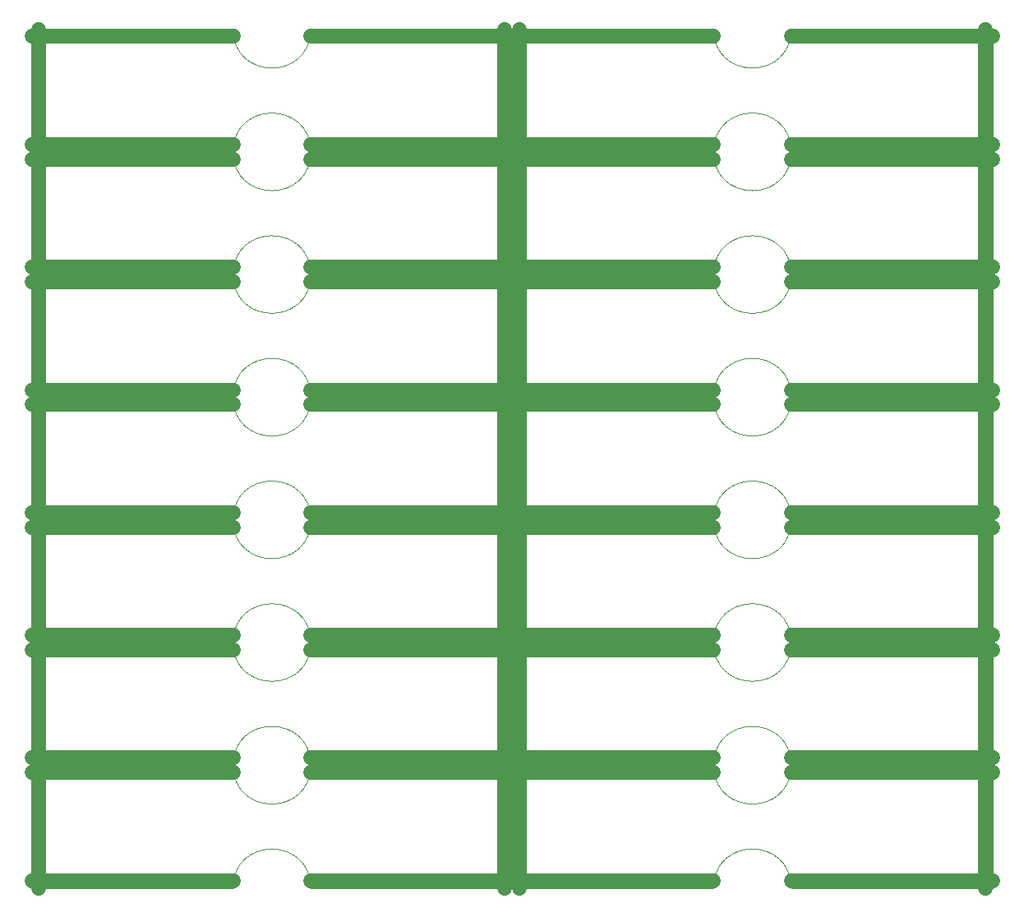
<source format=gbr>
%TF.GenerationSoftware,KiCad,Pcbnew,6.0.11-2627ca5db0~126~ubuntu20.04.1*%
%TF.CreationDate,2024-03-14T23:27:01-05:00*%
%TF.ProjectId,,58585858-5858-4585-9858-585858585858,rev?*%
%TF.SameCoordinates,Original*%
%TF.FileFunction,Legend,Bot*%
%TF.FilePolarity,Positive*%
%FSLAX46Y46*%
G04 Gerber Fmt 4.6, Leading zero omitted, Abs format (unit mm)*
G04 Created by KiCad (PCBNEW 6.0.11-2627ca5db0~126~ubuntu20.04.1) date 2024-03-14 23:27:01*
%MOMM*%
%LPD*%
G01*
G04 APERTURE LIST*
%TA.AperFunction,Profile*%
%ADD10C,0.100000*%
%TD*%
%ADD11C,1.500000*%
G04 APERTURE END LIST*
D10*
X152800000Y-131262800D02*
G75*
G03*
X160800000Y-131262800I4000000J0D01*
G01*
D11*
X132050000Y-132012800D02*
X152800000Y-132012800D01*
D10*
X181550000Y-131262800D02*
X181550000Y-143902800D01*
D11*
X160800000Y-132012800D02*
X181550000Y-132012800D01*
X132800000Y-143902800D02*
X132800000Y-131262800D01*
X180800000Y-143902800D02*
X180800000Y-131262800D01*
X132050000Y-143152800D02*
X152800000Y-143152800D01*
D10*
X160800000Y-131262800D02*
X181550000Y-131262800D01*
D11*
X160800000Y-143152800D02*
X181550000Y-143152800D01*
D10*
X132050000Y-131262800D02*
X132050000Y-143902800D01*
X160800000Y-143902800D02*
X181550000Y-143902800D01*
X132050000Y-143902800D02*
X152800000Y-143902800D01*
X160800000Y-143902800D02*
G75*
G03*
X152800000Y-143902800I-4000000J0D01*
G01*
X132050000Y-131262800D02*
X152800000Y-131262800D01*
X103300000Y-131262800D02*
G75*
G03*
X111300000Y-131262800I4000000J0D01*
G01*
D11*
X82550000Y-132012800D02*
X103300000Y-132012800D01*
D10*
X132050000Y-131262800D02*
X132050000Y-143902800D01*
D11*
X111300000Y-132012800D02*
X132050000Y-132012800D01*
X83300000Y-143902800D02*
X83300000Y-131262800D01*
X131300000Y-143902800D02*
X131300000Y-131262800D01*
X82550000Y-143152800D02*
X103300000Y-143152800D01*
D10*
X111300000Y-131262800D02*
X132050000Y-131262800D01*
D11*
X111300000Y-143152800D02*
X132050000Y-143152800D01*
D10*
X82550000Y-131262800D02*
X82550000Y-143902800D01*
X111300000Y-143902800D02*
X132050000Y-143902800D01*
X82550000Y-143902800D02*
X103300000Y-143902800D01*
X111300000Y-143902800D02*
G75*
G03*
X103300000Y-143902800I-4000000J0D01*
G01*
X82550000Y-131262800D02*
X103300000Y-131262800D01*
X152800000Y-118622800D02*
G75*
G03*
X160800000Y-118622800I4000000J0D01*
G01*
D11*
X132050000Y-119372800D02*
X152800000Y-119372800D01*
D10*
X181550000Y-118622800D02*
X181550000Y-131262800D01*
D11*
X160800000Y-119372800D02*
X181550000Y-119372800D01*
X132800000Y-131262800D02*
X132800000Y-118622800D01*
X180800000Y-131262800D02*
X180800000Y-118622800D01*
X132050000Y-130512800D02*
X152800000Y-130512800D01*
D10*
X160800000Y-118622800D02*
X181550000Y-118622800D01*
D11*
X160800000Y-130512800D02*
X181550000Y-130512800D01*
D10*
X132050000Y-118622800D02*
X132050000Y-131262800D01*
X160800000Y-131262800D02*
X181550000Y-131262800D01*
X132050000Y-131262800D02*
X152800000Y-131262800D01*
X160800000Y-131262800D02*
G75*
G03*
X152800000Y-131262800I-4000000J0D01*
G01*
X132050000Y-118622800D02*
X152800000Y-118622800D01*
X103300000Y-118622800D02*
G75*
G03*
X111300000Y-118622800I4000000J0D01*
G01*
D11*
X82550000Y-119372800D02*
X103300000Y-119372800D01*
D10*
X132050000Y-118622800D02*
X132050000Y-131262800D01*
D11*
X111300000Y-119372800D02*
X132050000Y-119372800D01*
X83300000Y-131262800D02*
X83300000Y-118622800D01*
X131300000Y-131262800D02*
X131300000Y-118622800D01*
X82550000Y-130512800D02*
X103300000Y-130512800D01*
D10*
X111300000Y-118622800D02*
X132050000Y-118622800D01*
D11*
X111300000Y-130512800D02*
X132050000Y-130512800D01*
D10*
X82550000Y-118622800D02*
X82550000Y-131262800D01*
X111300000Y-131262800D02*
X132050000Y-131262800D01*
X82550000Y-131262800D02*
X103300000Y-131262800D01*
X111300000Y-131262800D02*
G75*
G03*
X103300000Y-131262800I-4000000J0D01*
G01*
X82550000Y-118622800D02*
X103300000Y-118622800D01*
X152800000Y-105982800D02*
G75*
G03*
X160800000Y-105982800I4000000J0D01*
G01*
D11*
X132050000Y-106732800D02*
X152800000Y-106732800D01*
D10*
X181550000Y-105982800D02*
X181550000Y-118622800D01*
D11*
X160800000Y-106732800D02*
X181550000Y-106732800D01*
X132800000Y-118622800D02*
X132800000Y-105982800D01*
X180800000Y-118622800D02*
X180800000Y-105982800D01*
X132050000Y-117872800D02*
X152800000Y-117872800D01*
D10*
X160800000Y-105982800D02*
X181550000Y-105982800D01*
D11*
X160800000Y-117872800D02*
X181550000Y-117872800D01*
D10*
X132050000Y-105982800D02*
X132050000Y-118622800D01*
X160800000Y-118622800D02*
X181550000Y-118622800D01*
X132050000Y-118622800D02*
X152800000Y-118622800D01*
X160800000Y-118622800D02*
G75*
G03*
X152800000Y-118622800I-4000000J0D01*
G01*
X132050000Y-105982800D02*
X152800000Y-105982800D01*
X103300000Y-105982800D02*
G75*
G03*
X111300000Y-105982800I4000000J0D01*
G01*
D11*
X82550000Y-106732800D02*
X103300000Y-106732800D01*
D10*
X132050000Y-105982800D02*
X132050000Y-118622800D01*
D11*
X111300000Y-106732800D02*
X132050000Y-106732800D01*
X83300000Y-118622800D02*
X83300000Y-105982800D01*
X131300000Y-118622800D02*
X131300000Y-105982800D01*
X82550000Y-117872800D02*
X103300000Y-117872800D01*
D10*
X111300000Y-105982800D02*
X132050000Y-105982800D01*
D11*
X111300000Y-117872800D02*
X132050000Y-117872800D01*
D10*
X82550000Y-105982800D02*
X82550000Y-118622800D01*
X111300000Y-118622800D02*
X132050000Y-118622800D01*
X82550000Y-118622800D02*
X103300000Y-118622800D01*
X111300000Y-118622800D02*
G75*
G03*
X103300000Y-118622800I-4000000J0D01*
G01*
X82550000Y-105982800D02*
X103300000Y-105982800D01*
X152800000Y-93342800D02*
G75*
G03*
X160800000Y-93342800I4000000J0D01*
G01*
D11*
X132050000Y-94092800D02*
X152800000Y-94092800D01*
D10*
X181550000Y-93342800D02*
X181550000Y-105982800D01*
D11*
X160800000Y-94092800D02*
X181550000Y-94092800D01*
X132800000Y-105982800D02*
X132800000Y-93342800D01*
X180800000Y-105982800D02*
X180800000Y-93342800D01*
X132050000Y-105232800D02*
X152800000Y-105232800D01*
D10*
X160800000Y-93342800D02*
X181550000Y-93342800D01*
D11*
X160800000Y-105232800D02*
X181550000Y-105232800D01*
D10*
X132050000Y-93342800D02*
X132050000Y-105982800D01*
X160800000Y-105982800D02*
X181550000Y-105982800D01*
X132050000Y-105982800D02*
X152800000Y-105982800D01*
X160800000Y-105982800D02*
G75*
G03*
X152800000Y-105982800I-4000000J0D01*
G01*
X132050000Y-93342800D02*
X152800000Y-93342800D01*
X103300000Y-93342800D02*
G75*
G03*
X111300000Y-93342800I4000000J0D01*
G01*
D11*
X82550000Y-94092800D02*
X103300000Y-94092800D01*
D10*
X132050000Y-93342800D02*
X132050000Y-105982800D01*
D11*
X111300000Y-94092800D02*
X132050000Y-94092800D01*
X83300000Y-105982800D02*
X83300000Y-93342800D01*
X131300000Y-105982800D02*
X131300000Y-93342800D01*
X82550000Y-105232800D02*
X103300000Y-105232800D01*
D10*
X111300000Y-93342800D02*
X132050000Y-93342800D01*
D11*
X111300000Y-105232800D02*
X132050000Y-105232800D01*
D10*
X82550000Y-93342800D02*
X82550000Y-105982800D01*
X111300000Y-105982800D02*
X132050000Y-105982800D01*
X82550000Y-105982800D02*
X103300000Y-105982800D01*
X111300000Y-105982800D02*
G75*
G03*
X103300000Y-105982800I-4000000J0D01*
G01*
X82550000Y-93342800D02*
X103300000Y-93342800D01*
X152800000Y-80702800D02*
G75*
G03*
X160800000Y-80702800I4000000J0D01*
G01*
D11*
X132050000Y-81452800D02*
X152800000Y-81452800D01*
D10*
X181550000Y-80702800D02*
X181550000Y-93342800D01*
D11*
X160800000Y-81452800D02*
X181550000Y-81452800D01*
X132800000Y-93342800D02*
X132800000Y-80702800D01*
X180800000Y-93342800D02*
X180800000Y-80702800D01*
X132050000Y-92592800D02*
X152800000Y-92592800D01*
D10*
X160800000Y-80702800D02*
X181550000Y-80702800D01*
D11*
X160800000Y-92592800D02*
X181550000Y-92592800D01*
D10*
X132050000Y-80702800D02*
X132050000Y-93342800D01*
X160800000Y-93342800D02*
X181550000Y-93342800D01*
X132050000Y-93342800D02*
X152800000Y-93342800D01*
X160800000Y-93342800D02*
G75*
G03*
X152800000Y-93342800I-4000000J0D01*
G01*
X132050000Y-80702800D02*
X152800000Y-80702800D01*
X103300000Y-80702800D02*
G75*
G03*
X111300000Y-80702800I4000000J0D01*
G01*
D11*
X82550000Y-81452800D02*
X103300000Y-81452800D01*
D10*
X132050000Y-80702800D02*
X132050000Y-93342800D01*
D11*
X111300000Y-81452800D02*
X132050000Y-81452800D01*
X83300000Y-93342800D02*
X83300000Y-80702800D01*
X131300000Y-93342800D02*
X131300000Y-80702800D01*
X82550000Y-92592800D02*
X103300000Y-92592800D01*
D10*
X111300000Y-80702800D02*
X132050000Y-80702800D01*
D11*
X111300000Y-92592800D02*
X132050000Y-92592800D01*
D10*
X82550000Y-80702800D02*
X82550000Y-93342800D01*
X111300000Y-93342800D02*
X132050000Y-93342800D01*
X82550000Y-93342800D02*
X103300000Y-93342800D01*
X111300000Y-93342800D02*
G75*
G03*
X103300000Y-93342800I-4000000J0D01*
G01*
X82550000Y-80702800D02*
X103300000Y-80702800D01*
X152800000Y-68062800D02*
G75*
G03*
X160800000Y-68062800I4000000J0D01*
G01*
D11*
X132050000Y-68812800D02*
X152800000Y-68812800D01*
D10*
X181550000Y-68062800D02*
X181550000Y-80702800D01*
D11*
X160800000Y-68812800D02*
X181550000Y-68812800D01*
X132800000Y-80702800D02*
X132800000Y-68062800D01*
X180800000Y-80702800D02*
X180800000Y-68062800D01*
X132050000Y-79952800D02*
X152800000Y-79952800D01*
D10*
X160800000Y-68062800D02*
X181550000Y-68062800D01*
D11*
X160800000Y-79952800D02*
X181550000Y-79952800D01*
D10*
X132050000Y-68062800D02*
X132050000Y-80702800D01*
X160800000Y-80702800D02*
X181550000Y-80702800D01*
X132050000Y-80702800D02*
X152800000Y-80702800D01*
X160800000Y-80702800D02*
G75*
G03*
X152800000Y-80702800I-4000000J0D01*
G01*
X132050000Y-68062800D02*
X152800000Y-68062800D01*
X103300000Y-68062800D02*
G75*
G03*
X111300000Y-68062800I4000000J0D01*
G01*
D11*
X82550000Y-68812800D02*
X103300000Y-68812800D01*
D10*
X132050000Y-68062800D02*
X132050000Y-80702800D01*
D11*
X111300000Y-68812800D02*
X132050000Y-68812800D01*
X83300000Y-80702800D02*
X83300000Y-68062800D01*
X131300000Y-80702800D02*
X131300000Y-68062800D01*
X82550000Y-79952800D02*
X103300000Y-79952800D01*
D10*
X111300000Y-68062800D02*
X132050000Y-68062800D01*
D11*
X111300000Y-79952800D02*
X132050000Y-79952800D01*
D10*
X82550000Y-68062800D02*
X82550000Y-80702800D01*
X111300000Y-80702800D02*
X132050000Y-80702800D01*
X82550000Y-80702800D02*
X103300000Y-80702800D01*
X111300000Y-80702800D02*
G75*
G03*
X103300000Y-80702800I-4000000J0D01*
G01*
X82550000Y-68062800D02*
X103300000Y-68062800D01*
X152800000Y-55422800D02*
G75*
G03*
X160800000Y-55422800I4000000J0D01*
G01*
D11*
X132050000Y-56172800D02*
X152800000Y-56172800D01*
D10*
X181550000Y-55422800D02*
X181550000Y-68062800D01*
D11*
X160800000Y-56172800D02*
X181550000Y-56172800D01*
X132800000Y-68062800D02*
X132800000Y-55422800D01*
X180800000Y-68062800D02*
X180800000Y-55422800D01*
X132050000Y-67312800D02*
X152800000Y-67312800D01*
D10*
X160800000Y-55422800D02*
X181550000Y-55422800D01*
D11*
X160800000Y-67312800D02*
X181550000Y-67312800D01*
D10*
X132050000Y-55422800D02*
X132050000Y-68062800D01*
X160800000Y-68062800D02*
X181550000Y-68062800D01*
X132050000Y-68062800D02*
X152800000Y-68062800D01*
X160800000Y-68062800D02*
G75*
G03*
X152800000Y-68062800I-4000000J0D01*
G01*
X132050000Y-55422800D02*
X152800000Y-55422800D01*
D11*
X82550000Y-67312800D02*
X103300000Y-67312800D01*
X111300000Y-56172800D02*
X132050000Y-56172800D01*
X131300000Y-68062800D02*
X131300000Y-55422800D01*
X83300000Y-68062800D02*
X83300000Y-55422800D01*
X82550000Y-56172800D02*
X103300000Y-56172800D01*
X111300000Y-67312800D02*
X132050000Y-67312800D01*
D10*
X103300000Y-55422800D02*
G75*
G03*
X111300000Y-55422800I4000000J0D01*
G01*
X111300000Y-55422800D02*
X132050000Y-55422800D01*
X82550000Y-55422800D02*
X103300000Y-55422800D01*
X82550000Y-68062800D02*
X103300000Y-68062800D01*
X111300000Y-68062800D02*
X132050000Y-68062800D01*
X132050000Y-55422800D02*
X132050000Y-68062800D01*
X111300000Y-68062800D02*
G75*
G03*
X103300000Y-68062800I-4000000J0D01*
G01*
X82550000Y-55422800D02*
X82550000Y-68062800D01*
M02*

</source>
